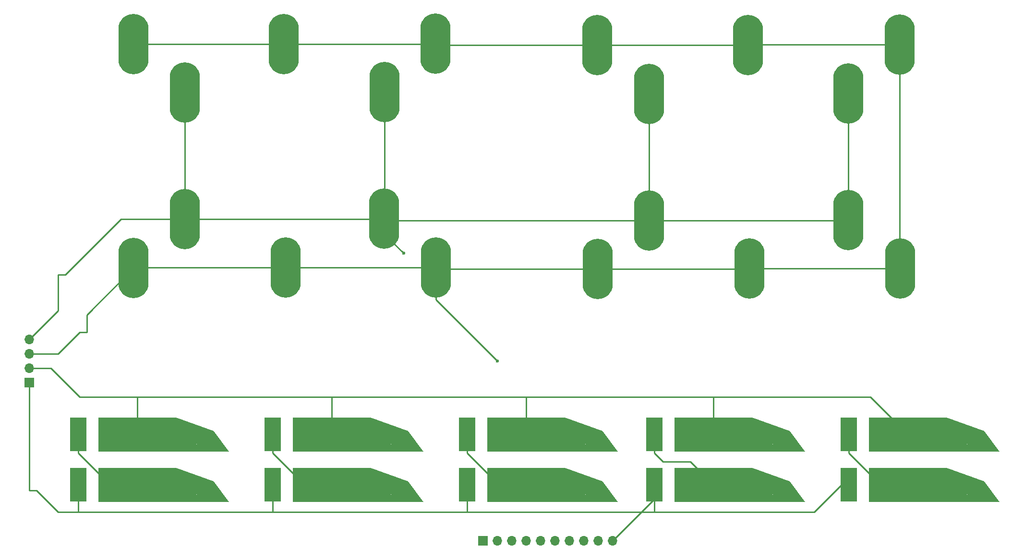
<source format=gbr>
G04 #@! TF.FileFunction,Copper,L1,Top,Signal*
%FSLAX46Y46*%
G04 Gerber Fmt 4.6, Leading zero omitted, Abs format (unit mm)*
G04 Created by KiCad (PCBNEW 4.0.7) date Fri Jun 29 23:21:57 2018*
%MOMM*%
%LPD*%
G01*
G04 APERTURE LIST*
%ADD10C,0.100000*%
%ADD11R,1.700000X1.700000*%
%ADD12O,1.700000X1.700000*%
%ADD13O,5.330000X10.660000*%
%ADD14R,3.000000X6.000000*%
%ADD15R,13.720000X6.000000*%
%ADD16R,4.000000X1.500000*%
%ADD17R,15.000000X1.000000*%
%ADD18C,0.600000*%
%ADD19C,0.250000*%
G04 APERTURE END LIST*
D10*
D11*
X102870000Y-101600000D03*
D12*
X102870000Y-99060000D03*
X102870000Y-96520000D03*
X102870000Y-93980000D03*
D11*
X182880000Y-129540000D03*
D12*
X185420000Y-129540000D03*
X187960000Y-129540000D03*
X190500000Y-129540000D03*
X193040000Y-129540000D03*
X195580000Y-129540000D03*
X198120000Y-129540000D03*
X200660000Y-129540000D03*
X203200000Y-129540000D03*
X205740000Y-129540000D03*
D13*
X212174800Y-50599200D03*
X247343800Y-50507200D03*
X203060800Y-42009200D03*
X229608800Y-41990200D03*
X256378800Y-41895200D03*
X247327800Y-72849200D03*
X212158800Y-72941200D03*
X256441800Y-81439200D03*
X229893800Y-81458200D03*
X203123800Y-81553200D03*
D14*
X111506000Y-110744000D03*
D15*
X121920000Y-110744000D03*
D10*
G36*
X128755000Y-113694000D02*
X128755000Y-107794000D01*
X135405000Y-110094000D01*
X135405000Y-111394000D01*
X128755000Y-113694000D01*
X128755000Y-113694000D01*
G37*
G36*
X138097000Y-113800500D02*
X131397000Y-113800500D01*
X134097000Y-110100500D01*
X135397000Y-110100500D01*
X138097000Y-113800500D01*
X138097000Y-113800500D01*
G37*
D16*
X130365500Y-113030000D03*
D17*
X123888500Y-113284000D03*
X122555000Y-113284000D03*
D14*
X145796000Y-110744000D03*
D15*
X156210000Y-110744000D03*
D10*
G36*
X163045000Y-113694000D02*
X163045000Y-107794000D01*
X169695000Y-110094000D01*
X169695000Y-111394000D01*
X163045000Y-113694000D01*
X163045000Y-113694000D01*
G37*
G36*
X172387000Y-113800500D02*
X165687000Y-113800500D01*
X168387000Y-110100500D01*
X169687000Y-110100500D01*
X172387000Y-113800500D01*
X172387000Y-113800500D01*
G37*
D16*
X164655500Y-113030000D03*
D17*
X158178500Y-113284000D03*
X156845000Y-113284000D03*
D13*
X130336000Y-50396000D03*
X165505000Y-50304000D03*
X121222000Y-41806000D03*
X147770000Y-41787000D03*
X174540000Y-41692000D03*
X165489000Y-72646000D03*
X130320000Y-72738000D03*
X174603000Y-81236000D03*
X148055000Y-81255000D03*
X121285000Y-81350000D03*
D14*
X180086000Y-110744000D03*
D15*
X190500000Y-110744000D03*
D10*
G36*
X197335000Y-113694000D02*
X197335000Y-107794000D01*
X203985000Y-110094000D01*
X203985000Y-111394000D01*
X197335000Y-113694000D01*
X197335000Y-113694000D01*
G37*
G36*
X206677000Y-113800500D02*
X199977000Y-113800500D01*
X202677000Y-110100500D01*
X203977000Y-110100500D01*
X206677000Y-113800500D01*
X206677000Y-113800500D01*
G37*
D16*
X198945500Y-113030000D03*
D17*
X192468500Y-113284000D03*
X191135000Y-113284000D03*
D14*
X213106000Y-110744000D03*
D15*
X223520000Y-110744000D03*
D10*
G36*
X230355000Y-113694000D02*
X230355000Y-107794000D01*
X237005000Y-110094000D01*
X237005000Y-111394000D01*
X230355000Y-113694000D01*
X230355000Y-113694000D01*
G37*
G36*
X239697000Y-113800500D02*
X232997000Y-113800500D01*
X235697000Y-110100500D01*
X236997000Y-110100500D01*
X239697000Y-113800500D01*
X239697000Y-113800500D01*
G37*
D16*
X231965500Y-113030000D03*
D17*
X225488500Y-113284000D03*
X224155000Y-113284000D03*
D14*
X247396000Y-110744000D03*
D15*
X257810000Y-110744000D03*
D10*
G36*
X264645000Y-113694000D02*
X264645000Y-107794000D01*
X271295000Y-110094000D01*
X271295000Y-111394000D01*
X264645000Y-113694000D01*
X264645000Y-113694000D01*
G37*
G36*
X273987000Y-113800500D02*
X267287000Y-113800500D01*
X269987000Y-110100500D01*
X271287000Y-110100500D01*
X273987000Y-113800500D01*
X273987000Y-113800500D01*
G37*
D16*
X266255500Y-113030000D03*
D17*
X259778500Y-113284000D03*
X258445000Y-113284000D03*
D14*
X111506000Y-119634000D03*
D15*
X121920000Y-119634000D03*
D10*
G36*
X128755000Y-122584000D02*
X128755000Y-116684000D01*
X135405000Y-118984000D01*
X135405000Y-120284000D01*
X128755000Y-122584000D01*
X128755000Y-122584000D01*
G37*
G36*
X138097000Y-122690500D02*
X131397000Y-122690500D01*
X134097000Y-118990500D01*
X135397000Y-118990500D01*
X138097000Y-122690500D01*
X138097000Y-122690500D01*
G37*
D16*
X130365500Y-121920000D03*
D17*
X123888500Y-122174000D03*
X122555000Y-122174000D03*
D14*
X145796000Y-119634000D03*
D15*
X156210000Y-119634000D03*
D10*
G36*
X163045000Y-122584000D02*
X163045000Y-116684000D01*
X169695000Y-118984000D01*
X169695000Y-120284000D01*
X163045000Y-122584000D01*
X163045000Y-122584000D01*
G37*
G36*
X172387000Y-122690500D02*
X165687000Y-122690500D01*
X168387000Y-118990500D01*
X169687000Y-118990500D01*
X172387000Y-122690500D01*
X172387000Y-122690500D01*
G37*
D16*
X164655500Y-121920000D03*
D17*
X158178500Y-122174000D03*
X156845000Y-122174000D03*
D14*
X180086000Y-119634000D03*
D15*
X190500000Y-119634000D03*
D10*
G36*
X197335000Y-122584000D02*
X197335000Y-116684000D01*
X203985000Y-118984000D01*
X203985000Y-120284000D01*
X197335000Y-122584000D01*
X197335000Y-122584000D01*
G37*
G36*
X206677000Y-122690500D02*
X199977000Y-122690500D01*
X202677000Y-118990500D01*
X203977000Y-118990500D01*
X206677000Y-122690500D01*
X206677000Y-122690500D01*
G37*
D16*
X198945500Y-121920000D03*
D17*
X192468500Y-122174000D03*
X191135000Y-122174000D03*
D14*
X213106000Y-119634000D03*
D15*
X223520000Y-119634000D03*
D10*
G36*
X230355000Y-122584000D02*
X230355000Y-116684000D01*
X237005000Y-118984000D01*
X237005000Y-120284000D01*
X230355000Y-122584000D01*
X230355000Y-122584000D01*
G37*
G36*
X239697000Y-122690500D02*
X232997000Y-122690500D01*
X235697000Y-118990500D01*
X236997000Y-118990500D01*
X239697000Y-122690500D01*
X239697000Y-122690500D01*
G37*
D16*
X231965500Y-121920000D03*
D17*
X225488500Y-122174000D03*
X224155000Y-122174000D03*
D14*
X247396000Y-119634000D03*
D15*
X257810000Y-119634000D03*
D10*
G36*
X264645000Y-122584000D02*
X264645000Y-116684000D01*
X271295000Y-118984000D01*
X271295000Y-120284000D01*
X264645000Y-122584000D01*
X264645000Y-122584000D01*
G37*
G36*
X273987000Y-122690500D02*
X267287000Y-122690500D01*
X269987000Y-118990500D01*
X271287000Y-118990500D01*
X273987000Y-122690500D01*
X273987000Y-122690500D01*
G37*
D16*
X266255500Y-121920000D03*
D17*
X259778500Y-122174000D03*
X258445000Y-122174000D03*
D18*
X222250000Y-110490000D03*
X190500000Y-110744000D03*
X185420000Y-97790000D03*
X168910000Y-78740000D03*
D19*
X102870000Y-120650000D02*
X104140000Y-120650000D01*
X102870000Y-101600000D02*
X102870000Y-120650000D01*
X107950000Y-124460000D02*
X104140000Y-120650000D01*
X107950000Y-124460000D02*
X111760000Y-124460000D01*
X213106000Y-119634000D02*
X213106000Y-122174000D01*
X213106000Y-122174000D02*
X205740000Y-129540000D01*
X213106000Y-119634000D02*
X213106000Y-124460000D01*
X213106000Y-124460000D02*
X213360000Y-124460000D01*
X180086000Y-119634000D02*
X180086000Y-124460000D01*
X180086000Y-124460000D02*
X180340000Y-124460000D01*
X145796000Y-119634000D02*
X145796000Y-124460000D01*
X145796000Y-124460000D02*
X146050000Y-124460000D01*
X111506000Y-119634000D02*
X111506000Y-124460000D01*
X111506000Y-124460000D02*
X111760000Y-124460000D01*
X247396000Y-119634000D02*
X246126000Y-119634000D01*
X246126000Y-119634000D02*
X241300000Y-124460000D01*
X241300000Y-124460000D02*
X213360000Y-124460000D01*
X213360000Y-124460000D02*
X180340000Y-124460000D01*
X180340000Y-124460000D02*
X146050000Y-124460000D01*
X146050000Y-124460000D02*
X111760000Y-124460000D01*
X111760000Y-104140000D02*
X113030000Y-104140000D01*
X121920000Y-104140000D02*
X113030000Y-104140000D01*
X111760000Y-104140000D02*
X106680000Y-99060000D01*
X106680000Y-99060000D02*
X102870000Y-99060000D01*
X222250000Y-110490000D02*
X222504000Y-110744000D01*
X222504000Y-110744000D02*
X223520000Y-110744000D01*
X190500000Y-104140000D02*
X190500000Y-110744000D01*
X223520000Y-110744000D02*
X223520000Y-104140000D01*
X156210000Y-110744000D02*
X156210000Y-104140000D01*
X121920000Y-110744000D02*
X121920000Y-104140000D01*
X257810000Y-110744000D02*
X251206000Y-104140000D01*
X251206000Y-104140000D02*
X223520000Y-104140000D01*
X223520000Y-104140000D02*
X190500000Y-104140000D01*
X190500000Y-104140000D02*
X156210000Y-104140000D01*
X156210000Y-104140000D02*
X121920000Y-104140000D01*
X111760000Y-92710000D02*
X113030000Y-92710000D01*
X102870000Y-96520000D02*
X107950000Y-96520000D01*
X111760000Y-92710000D02*
X107950000Y-96520000D01*
X113030000Y-89605000D02*
X113030000Y-92710000D01*
X113030000Y-89605000D02*
X121380000Y-81255000D01*
X174603000Y-81236000D02*
X174603000Y-86973000D01*
X174603000Y-86973000D02*
X185420000Y-97790000D01*
X256378800Y-41895200D02*
X256378800Y-81376200D01*
X256378800Y-81376200D02*
X256441800Y-81439200D01*
X256441800Y-81439200D02*
X229912800Y-81439200D01*
X229912800Y-81439200D02*
X229798800Y-81553200D01*
X229798800Y-81553200D02*
X174920200Y-81553200D01*
X174920200Y-81553200D02*
X174622000Y-81255000D01*
X174622000Y-81255000D02*
X121380000Y-81255000D01*
X256378800Y-41895200D02*
X229703800Y-41895200D01*
X229703800Y-41895200D02*
X229589800Y-42009200D01*
X229589800Y-42009200D02*
X174857200Y-42009200D01*
X174857200Y-42009200D02*
X174635000Y-41787000D01*
X174635000Y-41787000D02*
X121241000Y-41787000D01*
X121241000Y-41787000D02*
X121222000Y-41806000D01*
X107950000Y-82550000D02*
X109220000Y-82550000D01*
X102870000Y-93980000D02*
X107950000Y-88900000D01*
X107950000Y-82550000D02*
X107950000Y-88900000D01*
X119032000Y-72738000D02*
X109220000Y-82550000D01*
X119032000Y-72738000D02*
X165581000Y-72738000D01*
X165489000Y-72646000D02*
X165489000Y-75319000D01*
X165489000Y-75319000D02*
X168910000Y-78740000D01*
X212174800Y-50599200D02*
X212174800Y-72925200D01*
X212174800Y-72925200D02*
X212158800Y-72941200D01*
X165505000Y-50304000D02*
X165505000Y-72630000D01*
X165505000Y-72630000D02*
X165489000Y-72646000D01*
X130336000Y-50396000D02*
X130336000Y-72722000D01*
X130336000Y-72722000D02*
X130320000Y-72738000D01*
X247343800Y-50507200D02*
X247343800Y-72833200D01*
X247343800Y-72833200D02*
X247235800Y-72941200D01*
X247235800Y-72941200D02*
X165784200Y-72941200D01*
X165784200Y-72941200D02*
X165581000Y-72738000D01*
X121920000Y-119634000D02*
X117094000Y-119634000D01*
X117094000Y-119634000D02*
X111506000Y-114046000D01*
X111506000Y-114046000D02*
X111506000Y-110744000D01*
X156210000Y-119634000D02*
X151384000Y-119634000D01*
X151384000Y-119634000D02*
X145796000Y-114046000D01*
X145796000Y-114046000D02*
X145796000Y-110744000D01*
X190500000Y-119634000D02*
X185674000Y-119634000D01*
X185674000Y-119634000D02*
X180086000Y-114046000D01*
X180086000Y-114046000D02*
X180086000Y-110744000D01*
X185674000Y-119634000D02*
X180086000Y-114046000D01*
X180086000Y-114046000D02*
X180086000Y-110744000D01*
X223520000Y-119634000D02*
X219456000Y-115570000D01*
X213106000Y-114046000D02*
X213106000Y-110744000D01*
X214630000Y-115570000D02*
X213106000Y-114046000D01*
X219456000Y-115570000D02*
X214630000Y-115570000D01*
X223520000Y-119634000D02*
X219964000Y-119634000D01*
X213106000Y-112776000D02*
X213106000Y-110744000D01*
X257810000Y-119634000D02*
X252984000Y-119634000D01*
X252984000Y-119634000D02*
X247396000Y-114046000D01*
X247396000Y-114046000D02*
X247396000Y-110744000D01*
M02*

</source>
